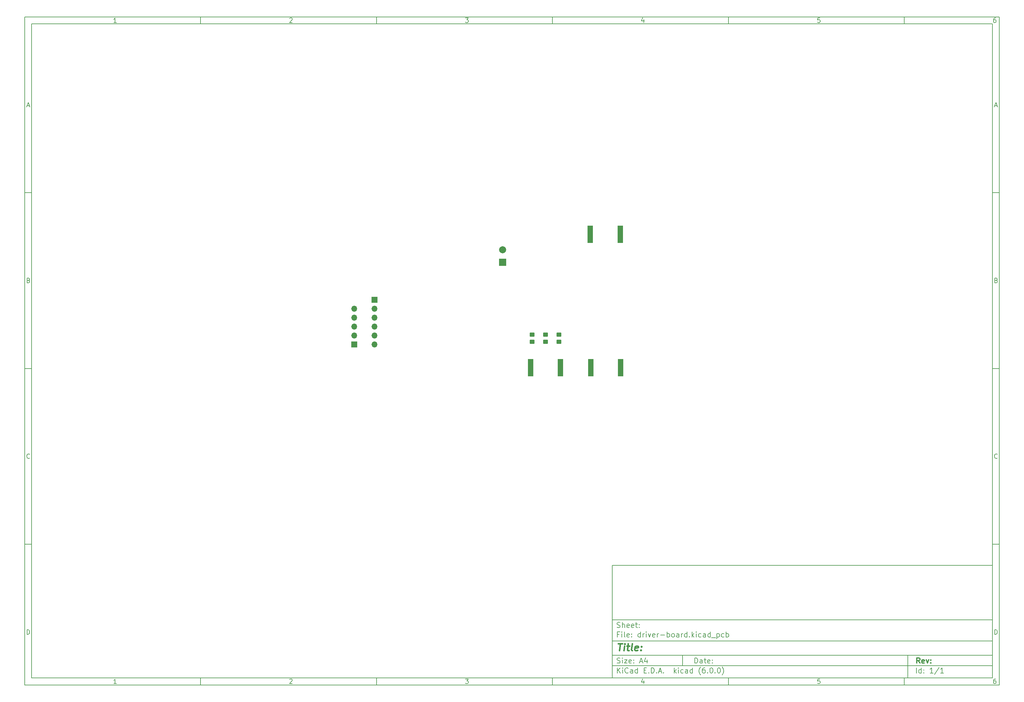
<source format=gbr>
%TF.GenerationSoftware,KiCad,Pcbnew,(6.0.0)*%
%TF.CreationDate,2022-06-07T13:13:07+02:00*%
%TF.ProjectId,driver-board,64726976-6572-42d6-926f-6172642e6b69,rev?*%
%TF.SameCoordinates,Original*%
%TF.FileFunction,Soldermask,Bot*%
%TF.FilePolarity,Negative*%
%FSLAX46Y46*%
G04 Gerber Fmt 4.6, Leading zero omitted, Abs format (unit mm)*
G04 Created by KiCad (PCBNEW (6.0.0)) date 2022-06-07 13:13:07*
%MOMM*%
%LPD*%
G01*
G04 APERTURE LIST*
G04 Aperture macros list*
%AMRoundRect*
0 Rectangle with rounded corners*
0 $1 Rounding radius*
0 $2 $3 $4 $5 $6 $7 $8 $9 X,Y pos of 4 corners*
0 Add a 4 corners polygon primitive as box body*
4,1,4,$2,$3,$4,$5,$6,$7,$8,$9,$2,$3,0*
0 Add four circle primitives for the rounded corners*
1,1,$1+$1,$2,$3*
1,1,$1+$1,$4,$5*
1,1,$1+$1,$6,$7*
1,1,$1+$1,$8,$9*
0 Add four rect primitives between the rounded corners*
20,1,$1+$1,$2,$3,$4,$5,0*
20,1,$1+$1,$4,$5,$6,$7,0*
20,1,$1+$1,$6,$7,$8,$9,0*
20,1,$1+$1,$8,$9,$2,$3,0*%
G04 Aperture macros list end*
%ADD10C,0.100000*%
%ADD11C,0.150000*%
%ADD12C,0.300000*%
%ADD13C,0.400000*%
%ADD14R,1.600000X4.900000*%
%ADD15R,1.700000X1.700000*%
%ADD16O,1.700000X1.700000*%
%ADD17R,2.000000X2.000000*%
%ADD18C,2.000000*%
%ADD19RoundRect,0.250000X-0.450000X0.350000X-0.450000X-0.350000X0.450000X-0.350000X0.450000X0.350000X0*%
G04 APERTURE END LIST*
D10*
D11*
X177002200Y-166007200D02*
X177002200Y-198007200D01*
X285002200Y-198007200D01*
X285002200Y-166007200D01*
X177002200Y-166007200D01*
D10*
D11*
X10000000Y-10000000D02*
X10000000Y-200007200D01*
X287002200Y-200007200D01*
X287002200Y-10000000D01*
X10000000Y-10000000D01*
D10*
D11*
X12000000Y-12000000D02*
X12000000Y-198007200D01*
X285002200Y-198007200D01*
X285002200Y-12000000D01*
X12000000Y-12000000D01*
D10*
D11*
X60000000Y-12000000D02*
X60000000Y-10000000D01*
D10*
D11*
X110000000Y-12000000D02*
X110000000Y-10000000D01*
D10*
D11*
X160000000Y-12000000D02*
X160000000Y-10000000D01*
D10*
D11*
X210000000Y-12000000D02*
X210000000Y-10000000D01*
D10*
D11*
X260000000Y-12000000D02*
X260000000Y-10000000D01*
D10*
D11*
X36065476Y-11588095D02*
X35322619Y-11588095D01*
X35694047Y-11588095D02*
X35694047Y-10288095D01*
X35570238Y-10473809D01*
X35446428Y-10597619D01*
X35322619Y-10659523D01*
D10*
D11*
X85322619Y-10411904D02*
X85384523Y-10350000D01*
X85508333Y-10288095D01*
X85817857Y-10288095D01*
X85941666Y-10350000D01*
X86003571Y-10411904D01*
X86065476Y-10535714D01*
X86065476Y-10659523D01*
X86003571Y-10845238D01*
X85260714Y-11588095D01*
X86065476Y-11588095D01*
D10*
D11*
X135260714Y-10288095D02*
X136065476Y-10288095D01*
X135632142Y-10783333D01*
X135817857Y-10783333D01*
X135941666Y-10845238D01*
X136003571Y-10907142D01*
X136065476Y-11030952D01*
X136065476Y-11340476D01*
X136003571Y-11464285D01*
X135941666Y-11526190D01*
X135817857Y-11588095D01*
X135446428Y-11588095D01*
X135322619Y-11526190D01*
X135260714Y-11464285D01*
D10*
D11*
X185941666Y-10721428D02*
X185941666Y-11588095D01*
X185632142Y-10226190D02*
X185322619Y-11154761D01*
X186127380Y-11154761D01*
D10*
D11*
X236003571Y-10288095D02*
X235384523Y-10288095D01*
X235322619Y-10907142D01*
X235384523Y-10845238D01*
X235508333Y-10783333D01*
X235817857Y-10783333D01*
X235941666Y-10845238D01*
X236003571Y-10907142D01*
X236065476Y-11030952D01*
X236065476Y-11340476D01*
X236003571Y-11464285D01*
X235941666Y-11526190D01*
X235817857Y-11588095D01*
X235508333Y-11588095D01*
X235384523Y-11526190D01*
X235322619Y-11464285D01*
D10*
D11*
X285941666Y-10288095D02*
X285694047Y-10288095D01*
X285570238Y-10350000D01*
X285508333Y-10411904D01*
X285384523Y-10597619D01*
X285322619Y-10845238D01*
X285322619Y-11340476D01*
X285384523Y-11464285D01*
X285446428Y-11526190D01*
X285570238Y-11588095D01*
X285817857Y-11588095D01*
X285941666Y-11526190D01*
X286003571Y-11464285D01*
X286065476Y-11340476D01*
X286065476Y-11030952D01*
X286003571Y-10907142D01*
X285941666Y-10845238D01*
X285817857Y-10783333D01*
X285570238Y-10783333D01*
X285446428Y-10845238D01*
X285384523Y-10907142D01*
X285322619Y-11030952D01*
D10*
D11*
X60000000Y-198007200D02*
X60000000Y-200007200D01*
D10*
D11*
X110000000Y-198007200D02*
X110000000Y-200007200D01*
D10*
D11*
X160000000Y-198007200D02*
X160000000Y-200007200D01*
D10*
D11*
X210000000Y-198007200D02*
X210000000Y-200007200D01*
D10*
D11*
X260000000Y-198007200D02*
X260000000Y-200007200D01*
D10*
D11*
X36065476Y-199595295D02*
X35322619Y-199595295D01*
X35694047Y-199595295D02*
X35694047Y-198295295D01*
X35570238Y-198481009D01*
X35446428Y-198604819D01*
X35322619Y-198666723D01*
D10*
D11*
X85322619Y-198419104D02*
X85384523Y-198357200D01*
X85508333Y-198295295D01*
X85817857Y-198295295D01*
X85941666Y-198357200D01*
X86003571Y-198419104D01*
X86065476Y-198542914D01*
X86065476Y-198666723D01*
X86003571Y-198852438D01*
X85260714Y-199595295D01*
X86065476Y-199595295D01*
D10*
D11*
X135260714Y-198295295D02*
X136065476Y-198295295D01*
X135632142Y-198790533D01*
X135817857Y-198790533D01*
X135941666Y-198852438D01*
X136003571Y-198914342D01*
X136065476Y-199038152D01*
X136065476Y-199347676D01*
X136003571Y-199471485D01*
X135941666Y-199533390D01*
X135817857Y-199595295D01*
X135446428Y-199595295D01*
X135322619Y-199533390D01*
X135260714Y-199471485D01*
D10*
D11*
X185941666Y-198728628D02*
X185941666Y-199595295D01*
X185632142Y-198233390D02*
X185322619Y-199161961D01*
X186127380Y-199161961D01*
D10*
D11*
X236003571Y-198295295D02*
X235384523Y-198295295D01*
X235322619Y-198914342D01*
X235384523Y-198852438D01*
X235508333Y-198790533D01*
X235817857Y-198790533D01*
X235941666Y-198852438D01*
X236003571Y-198914342D01*
X236065476Y-199038152D01*
X236065476Y-199347676D01*
X236003571Y-199471485D01*
X235941666Y-199533390D01*
X235817857Y-199595295D01*
X235508333Y-199595295D01*
X235384523Y-199533390D01*
X235322619Y-199471485D01*
D10*
D11*
X285941666Y-198295295D02*
X285694047Y-198295295D01*
X285570238Y-198357200D01*
X285508333Y-198419104D01*
X285384523Y-198604819D01*
X285322619Y-198852438D01*
X285322619Y-199347676D01*
X285384523Y-199471485D01*
X285446428Y-199533390D01*
X285570238Y-199595295D01*
X285817857Y-199595295D01*
X285941666Y-199533390D01*
X286003571Y-199471485D01*
X286065476Y-199347676D01*
X286065476Y-199038152D01*
X286003571Y-198914342D01*
X285941666Y-198852438D01*
X285817857Y-198790533D01*
X285570238Y-198790533D01*
X285446428Y-198852438D01*
X285384523Y-198914342D01*
X285322619Y-199038152D01*
D10*
D11*
X10000000Y-60000000D02*
X12000000Y-60000000D01*
D10*
D11*
X10000000Y-110000000D02*
X12000000Y-110000000D01*
D10*
D11*
X10000000Y-160000000D02*
X12000000Y-160000000D01*
D10*
D11*
X10690476Y-35216666D02*
X11309523Y-35216666D01*
X10566666Y-35588095D02*
X11000000Y-34288095D01*
X11433333Y-35588095D01*
D10*
D11*
X11092857Y-84907142D02*
X11278571Y-84969047D01*
X11340476Y-85030952D01*
X11402380Y-85154761D01*
X11402380Y-85340476D01*
X11340476Y-85464285D01*
X11278571Y-85526190D01*
X11154761Y-85588095D01*
X10659523Y-85588095D01*
X10659523Y-84288095D01*
X11092857Y-84288095D01*
X11216666Y-84350000D01*
X11278571Y-84411904D01*
X11340476Y-84535714D01*
X11340476Y-84659523D01*
X11278571Y-84783333D01*
X11216666Y-84845238D01*
X11092857Y-84907142D01*
X10659523Y-84907142D01*
D10*
D11*
X11402380Y-135464285D02*
X11340476Y-135526190D01*
X11154761Y-135588095D01*
X11030952Y-135588095D01*
X10845238Y-135526190D01*
X10721428Y-135402380D01*
X10659523Y-135278571D01*
X10597619Y-135030952D01*
X10597619Y-134845238D01*
X10659523Y-134597619D01*
X10721428Y-134473809D01*
X10845238Y-134350000D01*
X11030952Y-134288095D01*
X11154761Y-134288095D01*
X11340476Y-134350000D01*
X11402380Y-134411904D01*
D10*
D11*
X10659523Y-185588095D02*
X10659523Y-184288095D01*
X10969047Y-184288095D01*
X11154761Y-184350000D01*
X11278571Y-184473809D01*
X11340476Y-184597619D01*
X11402380Y-184845238D01*
X11402380Y-185030952D01*
X11340476Y-185278571D01*
X11278571Y-185402380D01*
X11154761Y-185526190D01*
X10969047Y-185588095D01*
X10659523Y-185588095D01*
D10*
D11*
X287002200Y-60000000D02*
X285002200Y-60000000D01*
D10*
D11*
X287002200Y-110000000D02*
X285002200Y-110000000D01*
D10*
D11*
X287002200Y-160000000D02*
X285002200Y-160000000D01*
D10*
D11*
X285692676Y-35216666D02*
X286311723Y-35216666D01*
X285568866Y-35588095D02*
X286002200Y-34288095D01*
X286435533Y-35588095D01*
D10*
D11*
X286095057Y-84907142D02*
X286280771Y-84969047D01*
X286342676Y-85030952D01*
X286404580Y-85154761D01*
X286404580Y-85340476D01*
X286342676Y-85464285D01*
X286280771Y-85526190D01*
X286156961Y-85588095D01*
X285661723Y-85588095D01*
X285661723Y-84288095D01*
X286095057Y-84288095D01*
X286218866Y-84350000D01*
X286280771Y-84411904D01*
X286342676Y-84535714D01*
X286342676Y-84659523D01*
X286280771Y-84783333D01*
X286218866Y-84845238D01*
X286095057Y-84907142D01*
X285661723Y-84907142D01*
D10*
D11*
X286404580Y-135464285D02*
X286342676Y-135526190D01*
X286156961Y-135588095D01*
X286033152Y-135588095D01*
X285847438Y-135526190D01*
X285723628Y-135402380D01*
X285661723Y-135278571D01*
X285599819Y-135030952D01*
X285599819Y-134845238D01*
X285661723Y-134597619D01*
X285723628Y-134473809D01*
X285847438Y-134350000D01*
X286033152Y-134288095D01*
X286156961Y-134288095D01*
X286342676Y-134350000D01*
X286404580Y-134411904D01*
D10*
D11*
X285661723Y-185588095D02*
X285661723Y-184288095D01*
X285971247Y-184288095D01*
X286156961Y-184350000D01*
X286280771Y-184473809D01*
X286342676Y-184597619D01*
X286404580Y-184845238D01*
X286404580Y-185030952D01*
X286342676Y-185278571D01*
X286280771Y-185402380D01*
X286156961Y-185526190D01*
X285971247Y-185588095D01*
X285661723Y-185588095D01*
D10*
D11*
X200434342Y-193785771D02*
X200434342Y-192285771D01*
X200791485Y-192285771D01*
X201005771Y-192357200D01*
X201148628Y-192500057D01*
X201220057Y-192642914D01*
X201291485Y-192928628D01*
X201291485Y-193142914D01*
X201220057Y-193428628D01*
X201148628Y-193571485D01*
X201005771Y-193714342D01*
X200791485Y-193785771D01*
X200434342Y-193785771D01*
X202577200Y-193785771D02*
X202577200Y-193000057D01*
X202505771Y-192857200D01*
X202362914Y-192785771D01*
X202077200Y-192785771D01*
X201934342Y-192857200D01*
X202577200Y-193714342D02*
X202434342Y-193785771D01*
X202077200Y-193785771D01*
X201934342Y-193714342D01*
X201862914Y-193571485D01*
X201862914Y-193428628D01*
X201934342Y-193285771D01*
X202077200Y-193214342D01*
X202434342Y-193214342D01*
X202577200Y-193142914D01*
X203077200Y-192785771D02*
X203648628Y-192785771D01*
X203291485Y-192285771D02*
X203291485Y-193571485D01*
X203362914Y-193714342D01*
X203505771Y-193785771D01*
X203648628Y-193785771D01*
X204720057Y-193714342D02*
X204577200Y-193785771D01*
X204291485Y-193785771D01*
X204148628Y-193714342D01*
X204077200Y-193571485D01*
X204077200Y-193000057D01*
X204148628Y-192857200D01*
X204291485Y-192785771D01*
X204577200Y-192785771D01*
X204720057Y-192857200D01*
X204791485Y-193000057D01*
X204791485Y-193142914D01*
X204077200Y-193285771D01*
X205434342Y-193642914D02*
X205505771Y-193714342D01*
X205434342Y-193785771D01*
X205362914Y-193714342D01*
X205434342Y-193642914D01*
X205434342Y-193785771D01*
X205434342Y-192857200D02*
X205505771Y-192928628D01*
X205434342Y-193000057D01*
X205362914Y-192928628D01*
X205434342Y-192857200D01*
X205434342Y-193000057D01*
D10*
D11*
X177002200Y-194507200D02*
X285002200Y-194507200D01*
D10*
D11*
X178434342Y-196585771D02*
X178434342Y-195085771D01*
X179291485Y-196585771D02*
X178648628Y-195728628D01*
X179291485Y-195085771D02*
X178434342Y-195942914D01*
X179934342Y-196585771D02*
X179934342Y-195585771D01*
X179934342Y-195085771D02*
X179862914Y-195157200D01*
X179934342Y-195228628D01*
X180005771Y-195157200D01*
X179934342Y-195085771D01*
X179934342Y-195228628D01*
X181505771Y-196442914D02*
X181434342Y-196514342D01*
X181220057Y-196585771D01*
X181077200Y-196585771D01*
X180862914Y-196514342D01*
X180720057Y-196371485D01*
X180648628Y-196228628D01*
X180577200Y-195942914D01*
X180577200Y-195728628D01*
X180648628Y-195442914D01*
X180720057Y-195300057D01*
X180862914Y-195157200D01*
X181077200Y-195085771D01*
X181220057Y-195085771D01*
X181434342Y-195157200D01*
X181505771Y-195228628D01*
X182791485Y-196585771D02*
X182791485Y-195800057D01*
X182720057Y-195657200D01*
X182577200Y-195585771D01*
X182291485Y-195585771D01*
X182148628Y-195657200D01*
X182791485Y-196514342D02*
X182648628Y-196585771D01*
X182291485Y-196585771D01*
X182148628Y-196514342D01*
X182077200Y-196371485D01*
X182077200Y-196228628D01*
X182148628Y-196085771D01*
X182291485Y-196014342D01*
X182648628Y-196014342D01*
X182791485Y-195942914D01*
X184148628Y-196585771D02*
X184148628Y-195085771D01*
X184148628Y-196514342D02*
X184005771Y-196585771D01*
X183720057Y-196585771D01*
X183577200Y-196514342D01*
X183505771Y-196442914D01*
X183434342Y-196300057D01*
X183434342Y-195871485D01*
X183505771Y-195728628D01*
X183577200Y-195657200D01*
X183720057Y-195585771D01*
X184005771Y-195585771D01*
X184148628Y-195657200D01*
X186005771Y-195800057D02*
X186505771Y-195800057D01*
X186720057Y-196585771D02*
X186005771Y-196585771D01*
X186005771Y-195085771D01*
X186720057Y-195085771D01*
X187362914Y-196442914D02*
X187434342Y-196514342D01*
X187362914Y-196585771D01*
X187291485Y-196514342D01*
X187362914Y-196442914D01*
X187362914Y-196585771D01*
X188077200Y-196585771D02*
X188077200Y-195085771D01*
X188434342Y-195085771D01*
X188648628Y-195157200D01*
X188791485Y-195300057D01*
X188862914Y-195442914D01*
X188934342Y-195728628D01*
X188934342Y-195942914D01*
X188862914Y-196228628D01*
X188791485Y-196371485D01*
X188648628Y-196514342D01*
X188434342Y-196585771D01*
X188077200Y-196585771D01*
X189577200Y-196442914D02*
X189648628Y-196514342D01*
X189577200Y-196585771D01*
X189505771Y-196514342D01*
X189577200Y-196442914D01*
X189577200Y-196585771D01*
X190220057Y-196157200D02*
X190934342Y-196157200D01*
X190077200Y-196585771D02*
X190577200Y-195085771D01*
X191077200Y-196585771D01*
X191577200Y-196442914D02*
X191648628Y-196514342D01*
X191577200Y-196585771D01*
X191505771Y-196514342D01*
X191577200Y-196442914D01*
X191577200Y-196585771D01*
X194577200Y-196585771D02*
X194577200Y-195085771D01*
X194720057Y-196014342D02*
X195148628Y-196585771D01*
X195148628Y-195585771D02*
X194577200Y-196157200D01*
X195791485Y-196585771D02*
X195791485Y-195585771D01*
X195791485Y-195085771D02*
X195720057Y-195157200D01*
X195791485Y-195228628D01*
X195862914Y-195157200D01*
X195791485Y-195085771D01*
X195791485Y-195228628D01*
X197148628Y-196514342D02*
X197005771Y-196585771D01*
X196720057Y-196585771D01*
X196577200Y-196514342D01*
X196505771Y-196442914D01*
X196434342Y-196300057D01*
X196434342Y-195871485D01*
X196505771Y-195728628D01*
X196577200Y-195657200D01*
X196720057Y-195585771D01*
X197005771Y-195585771D01*
X197148628Y-195657200D01*
X198434342Y-196585771D02*
X198434342Y-195800057D01*
X198362914Y-195657200D01*
X198220057Y-195585771D01*
X197934342Y-195585771D01*
X197791485Y-195657200D01*
X198434342Y-196514342D02*
X198291485Y-196585771D01*
X197934342Y-196585771D01*
X197791485Y-196514342D01*
X197720057Y-196371485D01*
X197720057Y-196228628D01*
X197791485Y-196085771D01*
X197934342Y-196014342D01*
X198291485Y-196014342D01*
X198434342Y-195942914D01*
X199791485Y-196585771D02*
X199791485Y-195085771D01*
X199791485Y-196514342D02*
X199648628Y-196585771D01*
X199362914Y-196585771D01*
X199220057Y-196514342D01*
X199148628Y-196442914D01*
X199077200Y-196300057D01*
X199077200Y-195871485D01*
X199148628Y-195728628D01*
X199220057Y-195657200D01*
X199362914Y-195585771D01*
X199648628Y-195585771D01*
X199791485Y-195657200D01*
X202077200Y-197157200D02*
X202005771Y-197085771D01*
X201862914Y-196871485D01*
X201791485Y-196728628D01*
X201720057Y-196514342D01*
X201648628Y-196157200D01*
X201648628Y-195871485D01*
X201720057Y-195514342D01*
X201791485Y-195300057D01*
X201862914Y-195157200D01*
X202005771Y-194942914D01*
X202077200Y-194871485D01*
X203291485Y-195085771D02*
X203005771Y-195085771D01*
X202862914Y-195157200D01*
X202791485Y-195228628D01*
X202648628Y-195442914D01*
X202577200Y-195728628D01*
X202577200Y-196300057D01*
X202648628Y-196442914D01*
X202720057Y-196514342D01*
X202862914Y-196585771D01*
X203148628Y-196585771D01*
X203291485Y-196514342D01*
X203362914Y-196442914D01*
X203434342Y-196300057D01*
X203434342Y-195942914D01*
X203362914Y-195800057D01*
X203291485Y-195728628D01*
X203148628Y-195657200D01*
X202862914Y-195657200D01*
X202720057Y-195728628D01*
X202648628Y-195800057D01*
X202577200Y-195942914D01*
X204077200Y-196442914D02*
X204148628Y-196514342D01*
X204077200Y-196585771D01*
X204005771Y-196514342D01*
X204077200Y-196442914D01*
X204077200Y-196585771D01*
X205077200Y-195085771D02*
X205220057Y-195085771D01*
X205362914Y-195157200D01*
X205434342Y-195228628D01*
X205505771Y-195371485D01*
X205577200Y-195657200D01*
X205577200Y-196014342D01*
X205505771Y-196300057D01*
X205434342Y-196442914D01*
X205362914Y-196514342D01*
X205220057Y-196585771D01*
X205077200Y-196585771D01*
X204934342Y-196514342D01*
X204862914Y-196442914D01*
X204791485Y-196300057D01*
X204720057Y-196014342D01*
X204720057Y-195657200D01*
X204791485Y-195371485D01*
X204862914Y-195228628D01*
X204934342Y-195157200D01*
X205077200Y-195085771D01*
X206220057Y-196442914D02*
X206291485Y-196514342D01*
X206220057Y-196585771D01*
X206148628Y-196514342D01*
X206220057Y-196442914D01*
X206220057Y-196585771D01*
X207220057Y-195085771D02*
X207362914Y-195085771D01*
X207505771Y-195157200D01*
X207577200Y-195228628D01*
X207648628Y-195371485D01*
X207720057Y-195657200D01*
X207720057Y-196014342D01*
X207648628Y-196300057D01*
X207577200Y-196442914D01*
X207505771Y-196514342D01*
X207362914Y-196585771D01*
X207220057Y-196585771D01*
X207077200Y-196514342D01*
X207005771Y-196442914D01*
X206934342Y-196300057D01*
X206862914Y-196014342D01*
X206862914Y-195657200D01*
X206934342Y-195371485D01*
X207005771Y-195228628D01*
X207077200Y-195157200D01*
X207220057Y-195085771D01*
X208220057Y-197157200D02*
X208291485Y-197085771D01*
X208434342Y-196871485D01*
X208505771Y-196728628D01*
X208577200Y-196514342D01*
X208648628Y-196157200D01*
X208648628Y-195871485D01*
X208577200Y-195514342D01*
X208505771Y-195300057D01*
X208434342Y-195157200D01*
X208291485Y-194942914D01*
X208220057Y-194871485D01*
D10*
D11*
X177002200Y-191507200D02*
X285002200Y-191507200D01*
D10*
D12*
X264411485Y-193785771D02*
X263911485Y-193071485D01*
X263554342Y-193785771D02*
X263554342Y-192285771D01*
X264125771Y-192285771D01*
X264268628Y-192357200D01*
X264340057Y-192428628D01*
X264411485Y-192571485D01*
X264411485Y-192785771D01*
X264340057Y-192928628D01*
X264268628Y-193000057D01*
X264125771Y-193071485D01*
X263554342Y-193071485D01*
X265625771Y-193714342D02*
X265482914Y-193785771D01*
X265197200Y-193785771D01*
X265054342Y-193714342D01*
X264982914Y-193571485D01*
X264982914Y-193000057D01*
X265054342Y-192857200D01*
X265197200Y-192785771D01*
X265482914Y-192785771D01*
X265625771Y-192857200D01*
X265697200Y-193000057D01*
X265697200Y-193142914D01*
X264982914Y-193285771D01*
X266197200Y-192785771D02*
X266554342Y-193785771D01*
X266911485Y-192785771D01*
X267482914Y-193642914D02*
X267554342Y-193714342D01*
X267482914Y-193785771D01*
X267411485Y-193714342D01*
X267482914Y-193642914D01*
X267482914Y-193785771D01*
X267482914Y-192857200D02*
X267554342Y-192928628D01*
X267482914Y-193000057D01*
X267411485Y-192928628D01*
X267482914Y-192857200D01*
X267482914Y-193000057D01*
D10*
D11*
X178362914Y-193714342D02*
X178577200Y-193785771D01*
X178934342Y-193785771D01*
X179077200Y-193714342D01*
X179148628Y-193642914D01*
X179220057Y-193500057D01*
X179220057Y-193357200D01*
X179148628Y-193214342D01*
X179077200Y-193142914D01*
X178934342Y-193071485D01*
X178648628Y-193000057D01*
X178505771Y-192928628D01*
X178434342Y-192857200D01*
X178362914Y-192714342D01*
X178362914Y-192571485D01*
X178434342Y-192428628D01*
X178505771Y-192357200D01*
X178648628Y-192285771D01*
X179005771Y-192285771D01*
X179220057Y-192357200D01*
X179862914Y-193785771D02*
X179862914Y-192785771D01*
X179862914Y-192285771D02*
X179791485Y-192357200D01*
X179862914Y-192428628D01*
X179934342Y-192357200D01*
X179862914Y-192285771D01*
X179862914Y-192428628D01*
X180434342Y-192785771D02*
X181220057Y-192785771D01*
X180434342Y-193785771D01*
X181220057Y-193785771D01*
X182362914Y-193714342D02*
X182220057Y-193785771D01*
X181934342Y-193785771D01*
X181791485Y-193714342D01*
X181720057Y-193571485D01*
X181720057Y-193000057D01*
X181791485Y-192857200D01*
X181934342Y-192785771D01*
X182220057Y-192785771D01*
X182362914Y-192857200D01*
X182434342Y-193000057D01*
X182434342Y-193142914D01*
X181720057Y-193285771D01*
X183077200Y-193642914D02*
X183148628Y-193714342D01*
X183077200Y-193785771D01*
X183005771Y-193714342D01*
X183077200Y-193642914D01*
X183077200Y-193785771D01*
X183077200Y-192857200D02*
X183148628Y-192928628D01*
X183077200Y-193000057D01*
X183005771Y-192928628D01*
X183077200Y-192857200D01*
X183077200Y-193000057D01*
X184862914Y-193357200D02*
X185577200Y-193357200D01*
X184720057Y-193785771D02*
X185220057Y-192285771D01*
X185720057Y-193785771D01*
X186862914Y-192785771D02*
X186862914Y-193785771D01*
X186505771Y-192214342D02*
X186148628Y-193285771D01*
X187077200Y-193285771D01*
D10*
D11*
X263434342Y-196585771D02*
X263434342Y-195085771D01*
X264791485Y-196585771D02*
X264791485Y-195085771D01*
X264791485Y-196514342D02*
X264648628Y-196585771D01*
X264362914Y-196585771D01*
X264220057Y-196514342D01*
X264148628Y-196442914D01*
X264077200Y-196300057D01*
X264077200Y-195871485D01*
X264148628Y-195728628D01*
X264220057Y-195657200D01*
X264362914Y-195585771D01*
X264648628Y-195585771D01*
X264791485Y-195657200D01*
X265505771Y-196442914D02*
X265577200Y-196514342D01*
X265505771Y-196585771D01*
X265434342Y-196514342D01*
X265505771Y-196442914D01*
X265505771Y-196585771D01*
X265505771Y-195657200D02*
X265577200Y-195728628D01*
X265505771Y-195800057D01*
X265434342Y-195728628D01*
X265505771Y-195657200D01*
X265505771Y-195800057D01*
X268148628Y-196585771D02*
X267291485Y-196585771D01*
X267720057Y-196585771D02*
X267720057Y-195085771D01*
X267577200Y-195300057D01*
X267434342Y-195442914D01*
X267291485Y-195514342D01*
X269862914Y-195014342D02*
X268577200Y-196942914D01*
X271148628Y-196585771D02*
X270291485Y-196585771D01*
X270720057Y-196585771D02*
X270720057Y-195085771D01*
X270577200Y-195300057D01*
X270434342Y-195442914D01*
X270291485Y-195514342D01*
D10*
D11*
X177002200Y-187507200D02*
X285002200Y-187507200D01*
D10*
D13*
X178714580Y-188211961D02*
X179857438Y-188211961D01*
X179036009Y-190211961D02*
X179286009Y-188211961D01*
X180274104Y-190211961D02*
X180440771Y-188878628D01*
X180524104Y-188211961D02*
X180416961Y-188307200D01*
X180500295Y-188402438D01*
X180607438Y-188307200D01*
X180524104Y-188211961D01*
X180500295Y-188402438D01*
X181107438Y-188878628D02*
X181869342Y-188878628D01*
X181476485Y-188211961D02*
X181262200Y-189926247D01*
X181333628Y-190116723D01*
X181512200Y-190211961D01*
X181702676Y-190211961D01*
X182655057Y-190211961D02*
X182476485Y-190116723D01*
X182405057Y-189926247D01*
X182619342Y-188211961D01*
X184190771Y-190116723D02*
X183988390Y-190211961D01*
X183607438Y-190211961D01*
X183428866Y-190116723D01*
X183357438Y-189926247D01*
X183452676Y-189164342D01*
X183571723Y-188973866D01*
X183774104Y-188878628D01*
X184155057Y-188878628D01*
X184333628Y-188973866D01*
X184405057Y-189164342D01*
X184381247Y-189354819D01*
X183405057Y-189545295D01*
X185155057Y-190021485D02*
X185238390Y-190116723D01*
X185131247Y-190211961D01*
X185047914Y-190116723D01*
X185155057Y-190021485D01*
X185131247Y-190211961D01*
X185286009Y-188973866D02*
X185369342Y-189069104D01*
X185262200Y-189164342D01*
X185178866Y-189069104D01*
X185286009Y-188973866D01*
X185262200Y-189164342D01*
D10*
D11*
X178934342Y-185600057D02*
X178434342Y-185600057D01*
X178434342Y-186385771D02*
X178434342Y-184885771D01*
X179148628Y-184885771D01*
X179720057Y-186385771D02*
X179720057Y-185385771D01*
X179720057Y-184885771D02*
X179648628Y-184957200D01*
X179720057Y-185028628D01*
X179791485Y-184957200D01*
X179720057Y-184885771D01*
X179720057Y-185028628D01*
X180648628Y-186385771D02*
X180505771Y-186314342D01*
X180434342Y-186171485D01*
X180434342Y-184885771D01*
X181791485Y-186314342D02*
X181648628Y-186385771D01*
X181362914Y-186385771D01*
X181220057Y-186314342D01*
X181148628Y-186171485D01*
X181148628Y-185600057D01*
X181220057Y-185457200D01*
X181362914Y-185385771D01*
X181648628Y-185385771D01*
X181791485Y-185457200D01*
X181862914Y-185600057D01*
X181862914Y-185742914D01*
X181148628Y-185885771D01*
X182505771Y-186242914D02*
X182577200Y-186314342D01*
X182505771Y-186385771D01*
X182434342Y-186314342D01*
X182505771Y-186242914D01*
X182505771Y-186385771D01*
X182505771Y-185457200D02*
X182577200Y-185528628D01*
X182505771Y-185600057D01*
X182434342Y-185528628D01*
X182505771Y-185457200D01*
X182505771Y-185600057D01*
X185005771Y-186385771D02*
X185005771Y-184885771D01*
X185005771Y-186314342D02*
X184862914Y-186385771D01*
X184577200Y-186385771D01*
X184434342Y-186314342D01*
X184362914Y-186242914D01*
X184291485Y-186100057D01*
X184291485Y-185671485D01*
X184362914Y-185528628D01*
X184434342Y-185457200D01*
X184577200Y-185385771D01*
X184862914Y-185385771D01*
X185005771Y-185457200D01*
X185720057Y-186385771D02*
X185720057Y-185385771D01*
X185720057Y-185671485D02*
X185791485Y-185528628D01*
X185862914Y-185457200D01*
X186005771Y-185385771D01*
X186148628Y-185385771D01*
X186648628Y-186385771D02*
X186648628Y-185385771D01*
X186648628Y-184885771D02*
X186577200Y-184957200D01*
X186648628Y-185028628D01*
X186720057Y-184957200D01*
X186648628Y-184885771D01*
X186648628Y-185028628D01*
X187220057Y-185385771D02*
X187577200Y-186385771D01*
X187934342Y-185385771D01*
X189077200Y-186314342D02*
X188934342Y-186385771D01*
X188648628Y-186385771D01*
X188505771Y-186314342D01*
X188434342Y-186171485D01*
X188434342Y-185600057D01*
X188505771Y-185457200D01*
X188648628Y-185385771D01*
X188934342Y-185385771D01*
X189077200Y-185457200D01*
X189148628Y-185600057D01*
X189148628Y-185742914D01*
X188434342Y-185885771D01*
X189791485Y-186385771D02*
X189791485Y-185385771D01*
X189791485Y-185671485D02*
X189862914Y-185528628D01*
X189934342Y-185457200D01*
X190077200Y-185385771D01*
X190220057Y-185385771D01*
X190720057Y-185814342D02*
X191862914Y-185814342D01*
X192577200Y-186385771D02*
X192577200Y-184885771D01*
X192577200Y-185457200D02*
X192720057Y-185385771D01*
X193005771Y-185385771D01*
X193148628Y-185457200D01*
X193220057Y-185528628D01*
X193291485Y-185671485D01*
X193291485Y-186100057D01*
X193220057Y-186242914D01*
X193148628Y-186314342D01*
X193005771Y-186385771D01*
X192720057Y-186385771D01*
X192577200Y-186314342D01*
X194148628Y-186385771D02*
X194005771Y-186314342D01*
X193934342Y-186242914D01*
X193862914Y-186100057D01*
X193862914Y-185671485D01*
X193934342Y-185528628D01*
X194005771Y-185457200D01*
X194148628Y-185385771D01*
X194362914Y-185385771D01*
X194505771Y-185457200D01*
X194577200Y-185528628D01*
X194648628Y-185671485D01*
X194648628Y-186100057D01*
X194577200Y-186242914D01*
X194505771Y-186314342D01*
X194362914Y-186385771D01*
X194148628Y-186385771D01*
X195934342Y-186385771D02*
X195934342Y-185600057D01*
X195862914Y-185457200D01*
X195720057Y-185385771D01*
X195434342Y-185385771D01*
X195291485Y-185457200D01*
X195934342Y-186314342D02*
X195791485Y-186385771D01*
X195434342Y-186385771D01*
X195291485Y-186314342D01*
X195220057Y-186171485D01*
X195220057Y-186028628D01*
X195291485Y-185885771D01*
X195434342Y-185814342D01*
X195791485Y-185814342D01*
X195934342Y-185742914D01*
X196648628Y-186385771D02*
X196648628Y-185385771D01*
X196648628Y-185671485D02*
X196720057Y-185528628D01*
X196791485Y-185457200D01*
X196934342Y-185385771D01*
X197077200Y-185385771D01*
X198220057Y-186385771D02*
X198220057Y-184885771D01*
X198220057Y-186314342D02*
X198077200Y-186385771D01*
X197791485Y-186385771D01*
X197648628Y-186314342D01*
X197577200Y-186242914D01*
X197505771Y-186100057D01*
X197505771Y-185671485D01*
X197577200Y-185528628D01*
X197648628Y-185457200D01*
X197791485Y-185385771D01*
X198077200Y-185385771D01*
X198220057Y-185457200D01*
X198934342Y-186242914D02*
X199005771Y-186314342D01*
X198934342Y-186385771D01*
X198862914Y-186314342D01*
X198934342Y-186242914D01*
X198934342Y-186385771D01*
X199648628Y-186385771D02*
X199648628Y-184885771D01*
X199791485Y-185814342D02*
X200220057Y-186385771D01*
X200220057Y-185385771D02*
X199648628Y-185957200D01*
X200862914Y-186385771D02*
X200862914Y-185385771D01*
X200862914Y-184885771D02*
X200791485Y-184957200D01*
X200862914Y-185028628D01*
X200934342Y-184957200D01*
X200862914Y-184885771D01*
X200862914Y-185028628D01*
X202220057Y-186314342D02*
X202077200Y-186385771D01*
X201791485Y-186385771D01*
X201648628Y-186314342D01*
X201577200Y-186242914D01*
X201505771Y-186100057D01*
X201505771Y-185671485D01*
X201577200Y-185528628D01*
X201648628Y-185457200D01*
X201791485Y-185385771D01*
X202077200Y-185385771D01*
X202220057Y-185457200D01*
X203505771Y-186385771D02*
X203505771Y-185600057D01*
X203434342Y-185457200D01*
X203291485Y-185385771D01*
X203005771Y-185385771D01*
X202862914Y-185457200D01*
X203505771Y-186314342D02*
X203362914Y-186385771D01*
X203005771Y-186385771D01*
X202862914Y-186314342D01*
X202791485Y-186171485D01*
X202791485Y-186028628D01*
X202862914Y-185885771D01*
X203005771Y-185814342D01*
X203362914Y-185814342D01*
X203505771Y-185742914D01*
X204862914Y-186385771D02*
X204862914Y-184885771D01*
X204862914Y-186314342D02*
X204720057Y-186385771D01*
X204434342Y-186385771D01*
X204291485Y-186314342D01*
X204220057Y-186242914D01*
X204148628Y-186100057D01*
X204148628Y-185671485D01*
X204220057Y-185528628D01*
X204291485Y-185457200D01*
X204434342Y-185385771D01*
X204720057Y-185385771D01*
X204862914Y-185457200D01*
X205220057Y-186528628D02*
X206362914Y-186528628D01*
X206720057Y-185385771D02*
X206720057Y-186885771D01*
X206720057Y-185457200D02*
X206862914Y-185385771D01*
X207148628Y-185385771D01*
X207291485Y-185457200D01*
X207362914Y-185528628D01*
X207434342Y-185671485D01*
X207434342Y-186100057D01*
X207362914Y-186242914D01*
X207291485Y-186314342D01*
X207148628Y-186385771D01*
X206862914Y-186385771D01*
X206720057Y-186314342D01*
X208720057Y-186314342D02*
X208577200Y-186385771D01*
X208291485Y-186385771D01*
X208148628Y-186314342D01*
X208077200Y-186242914D01*
X208005771Y-186100057D01*
X208005771Y-185671485D01*
X208077200Y-185528628D01*
X208148628Y-185457200D01*
X208291485Y-185385771D01*
X208577200Y-185385771D01*
X208720057Y-185457200D01*
X209362914Y-186385771D02*
X209362914Y-184885771D01*
X209362914Y-185457200D02*
X209505771Y-185385771D01*
X209791485Y-185385771D01*
X209934342Y-185457200D01*
X210005771Y-185528628D01*
X210077200Y-185671485D01*
X210077200Y-186100057D01*
X210005771Y-186242914D01*
X209934342Y-186314342D01*
X209791485Y-186385771D01*
X209505771Y-186385771D01*
X209362914Y-186314342D01*
D10*
D11*
X177002200Y-181507200D02*
X285002200Y-181507200D01*
D10*
D11*
X178362914Y-183614342D02*
X178577200Y-183685771D01*
X178934342Y-183685771D01*
X179077200Y-183614342D01*
X179148628Y-183542914D01*
X179220057Y-183400057D01*
X179220057Y-183257200D01*
X179148628Y-183114342D01*
X179077200Y-183042914D01*
X178934342Y-182971485D01*
X178648628Y-182900057D01*
X178505771Y-182828628D01*
X178434342Y-182757200D01*
X178362914Y-182614342D01*
X178362914Y-182471485D01*
X178434342Y-182328628D01*
X178505771Y-182257200D01*
X178648628Y-182185771D01*
X179005771Y-182185771D01*
X179220057Y-182257200D01*
X179862914Y-183685771D02*
X179862914Y-182185771D01*
X180505771Y-183685771D02*
X180505771Y-182900057D01*
X180434342Y-182757200D01*
X180291485Y-182685771D01*
X180077200Y-182685771D01*
X179934342Y-182757200D01*
X179862914Y-182828628D01*
X181791485Y-183614342D02*
X181648628Y-183685771D01*
X181362914Y-183685771D01*
X181220057Y-183614342D01*
X181148628Y-183471485D01*
X181148628Y-182900057D01*
X181220057Y-182757200D01*
X181362914Y-182685771D01*
X181648628Y-182685771D01*
X181791485Y-182757200D01*
X181862914Y-182900057D01*
X181862914Y-183042914D01*
X181148628Y-183185771D01*
X183077200Y-183614342D02*
X182934342Y-183685771D01*
X182648628Y-183685771D01*
X182505771Y-183614342D01*
X182434342Y-183471485D01*
X182434342Y-182900057D01*
X182505771Y-182757200D01*
X182648628Y-182685771D01*
X182934342Y-182685771D01*
X183077200Y-182757200D01*
X183148628Y-182900057D01*
X183148628Y-183042914D01*
X182434342Y-183185771D01*
X183577200Y-182685771D02*
X184148628Y-182685771D01*
X183791485Y-182185771D02*
X183791485Y-183471485D01*
X183862914Y-183614342D01*
X184005771Y-183685771D01*
X184148628Y-183685771D01*
X184648628Y-183542914D02*
X184720057Y-183614342D01*
X184648628Y-183685771D01*
X184577200Y-183614342D01*
X184648628Y-183542914D01*
X184648628Y-183685771D01*
X184648628Y-182757200D02*
X184720057Y-182828628D01*
X184648628Y-182900057D01*
X184577200Y-182828628D01*
X184648628Y-182757200D01*
X184648628Y-182900057D01*
D10*
D12*
D10*
D11*
D10*
D11*
D10*
D11*
D10*
D11*
D10*
D11*
X197002200Y-191507200D02*
X197002200Y-194507200D01*
D10*
D11*
X261002200Y-191507200D02*
X261002200Y-198007200D01*
D14*
%TO.C,J4*%
X170850000Y-109750000D03*
X179350000Y-109750000D03*
%TD*%
%TO.C,J3*%
X179250000Y-71800000D03*
X170750000Y-71800000D03*
%TD*%
D15*
%TO.C,J1*%
X103650000Y-103193750D03*
D16*
X103650000Y-100653750D03*
X103650000Y-98113750D03*
X103650000Y-95573750D03*
X103650000Y-93033750D03*
%TD*%
D17*
%TO.C,C15*%
X145800000Y-79767677D03*
D18*
X145800000Y-76267677D03*
%TD*%
D15*
%TO.C,J2*%
X109450000Y-90468750D03*
D16*
X109450000Y-93008750D03*
X109450000Y-95548750D03*
X109450000Y-98088750D03*
X109450000Y-100628750D03*
X109450000Y-103168750D03*
%TD*%
D14*
%TO.C,J5*%
X162250000Y-109750000D03*
X153750000Y-109750000D03*
%TD*%
D19*
%TO.C,R6*%
X154200000Y-100350000D03*
X154200000Y-102350000D03*
%TD*%
%TO.C,R4*%
X158000000Y-100350000D03*
X158000000Y-102350000D03*
%TD*%
%TO.C,R5*%
X161800000Y-100350000D03*
X161800000Y-102350000D03*
%TD*%
M02*

</source>
